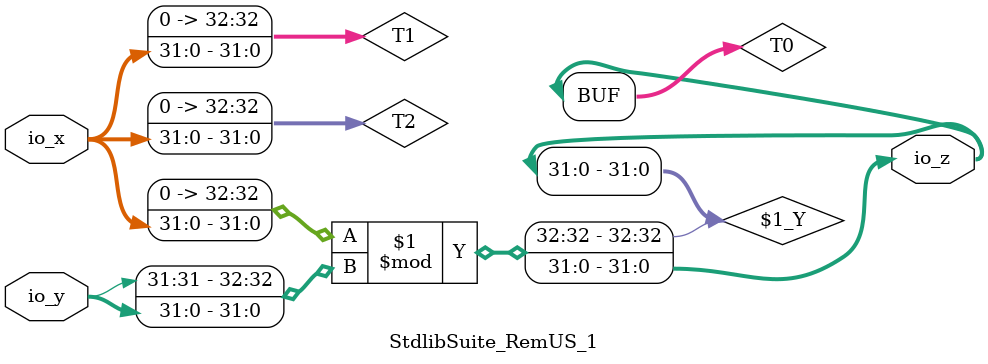
<source format=v>
module StdlibSuite_RemUS_1(
    input [31:0] io_x,
    input [31:0] io_y,
    output[31:0] io_z
);

  wire[31:0] T0;
  wire[32:0] T1;
  wire[32:0] T2;


  assign io_z = T0;
  assign T0 = $signed(T1) % $signed(io_y);
  assign T1 = T2;
  assign T2 = {1'h0, io_x};
endmodule


</source>
